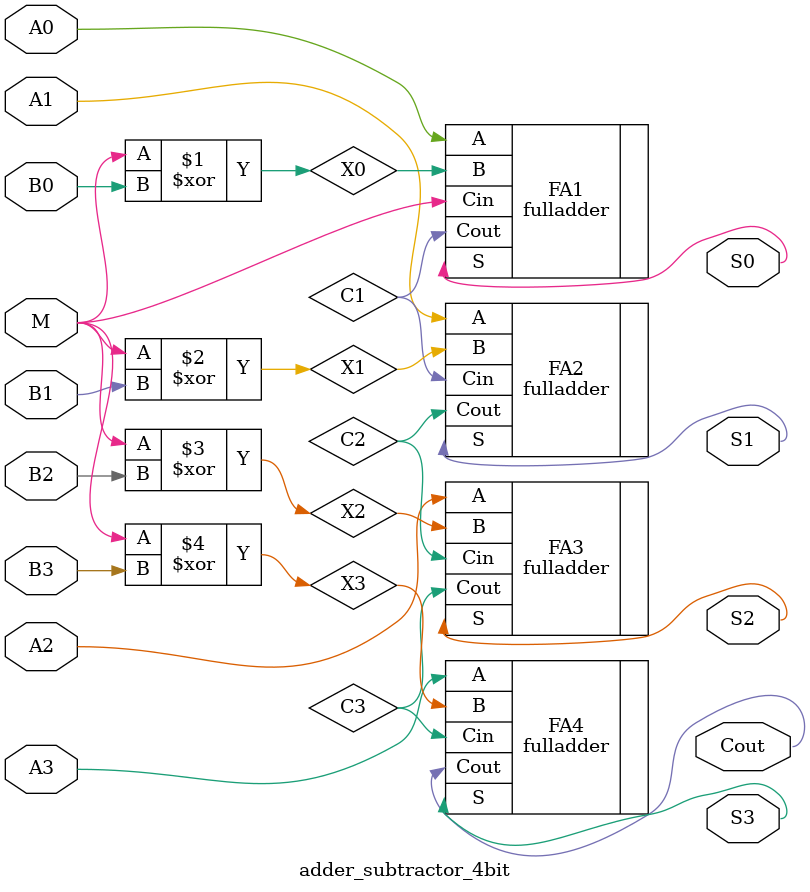
<source format=sv>
`timescale 1ns / 1ps


module adder_subtractor_4bit(
        input logic A0, A1, A2, A3,
        input logic B0, B1, B2, B3,
        input logic M,
        output logic S0, S1, S2, S3,
        output logic Cout

    );
    logic C1, C2, C3;
    logic X0, X1, X2, X3;
    
    xor u0(X0, M, B0);
    xor u1(X1, M, B1);
    xor u2(X2, M, B2);
    xor u3(X3, M, B3);
    
    fulladder FA1(.S(S0), .Cout(C1), .A(A0), .B(X0), .Cin(M));
    fulladder FA2(.S(S1), .Cout(C2), .A(A1), .B(X1), .Cin(C1));
    fulladder FA3(.S(S2), .Cout(C3), .A(A2), .B(X2), .Cin(C2));
    fulladder FA4(.S(S3), .Cout(Cout), .A(A3), .B(X3), .Cin(C3));
    
endmodule

</source>
